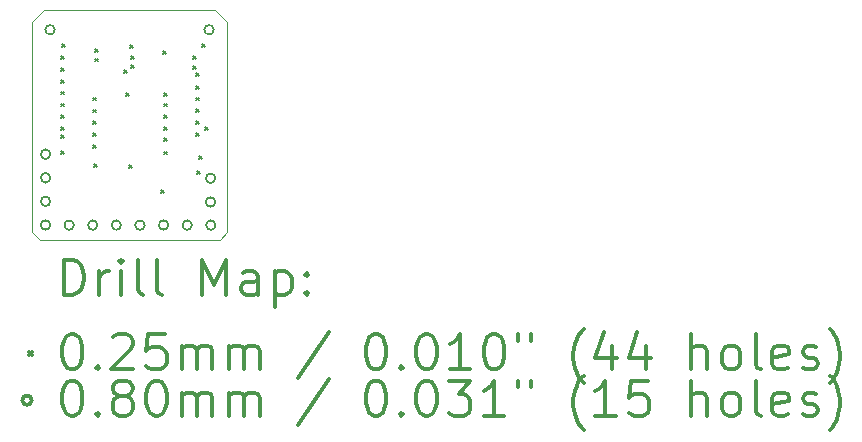
<source format=gbr>
%FSLAX45Y45*%
G04 Gerber Fmt 4.5, Leading zero omitted, Abs format (unit mm)*
G04 Created by KiCad (PCBNEW 4.0.7) date 05/28/18 09:58:29*
%MOMM*%
%LPD*%
G01*
G04 APERTURE LIST*
%ADD10C,0.127000*%
%ADD11C,0.050000*%
%ADD12C,0.200000*%
%ADD13C,0.300000*%
G04 APERTURE END LIST*
D10*
D11*
X15671800Y-11353800D02*
X15671800Y-9575800D01*
X14020800Y-9575800D02*
X14020800Y-9613900D01*
X15570200Y-9474200D02*
X15557500Y-9474200D01*
X15671800Y-9575800D02*
X15570200Y-9474200D01*
X14122400Y-9474200D02*
X15557500Y-9474200D01*
X14020800Y-9575800D02*
X14122400Y-9474200D01*
X14020800Y-9613900D02*
X14020800Y-11353800D01*
X14084300Y-11417300D02*
X15608300Y-11417300D01*
X14020800Y-11353800D02*
X14084300Y-11417300D01*
X15671800Y-11353800D02*
X15608300Y-11417300D01*
D12*
X14262300Y-9860480D02*
X14287300Y-9885480D01*
X14287300Y-9860480D02*
X14262300Y-9885480D01*
X14262300Y-9964620D02*
X14287300Y-9989620D01*
X14287300Y-9964620D02*
X14262300Y-9989620D01*
X14262300Y-10063680D02*
X14287300Y-10088680D01*
X14287300Y-10063680D02*
X14262300Y-10088680D01*
X14262300Y-10162740D02*
X14287300Y-10187740D01*
X14287300Y-10162740D02*
X14262300Y-10187740D01*
X14262300Y-10264340D02*
X14287300Y-10289340D01*
X14287300Y-10264340D02*
X14262300Y-10289340D01*
X14262300Y-10363400D02*
X14287300Y-10388400D01*
X14287300Y-10363400D02*
X14262300Y-10388400D01*
X14262300Y-10462460D02*
X14287300Y-10487460D01*
X14287300Y-10462460D02*
X14262300Y-10487460D01*
X14262300Y-10663120D02*
X14287300Y-10688120D01*
X14287300Y-10663120D02*
X14262300Y-10688120D01*
X14264840Y-10533580D02*
X14289840Y-10558580D01*
X14289840Y-10533580D02*
X14264840Y-10558580D01*
X14272460Y-9761420D02*
X14297460Y-9786420D01*
X14297460Y-9761420D02*
X14272460Y-9786420D01*
X14536620Y-10315140D02*
X14561620Y-10340140D01*
X14561620Y-10315140D02*
X14536620Y-10340140D01*
X14536620Y-10411660D02*
X14561620Y-10436660D01*
X14561620Y-10411660D02*
X14536620Y-10436660D01*
X14539160Y-10213540D02*
X14564160Y-10238540D01*
X14564160Y-10213540D02*
X14539160Y-10238540D01*
X14539160Y-10513260D02*
X14564160Y-10538260D01*
X14564160Y-10513260D02*
X14539160Y-10538260D01*
X14539160Y-10612320D02*
X14564160Y-10637320D01*
X14564160Y-10612320D02*
X14539160Y-10637320D01*
X14541700Y-10774880D02*
X14566700Y-10799880D01*
X14566700Y-10774880D02*
X14541700Y-10799880D01*
X14551860Y-9804600D02*
X14576860Y-9829600D01*
X14576860Y-9804600D02*
X14551860Y-9829600D01*
X14551860Y-9883340D02*
X14576860Y-9908340D01*
X14576860Y-9883340D02*
X14551860Y-9908340D01*
X14800780Y-9977320D02*
X14825780Y-10002320D01*
X14825780Y-9977320D02*
X14800780Y-10002320D01*
X14813480Y-10177980D02*
X14838480Y-10202980D01*
X14838480Y-10177980D02*
X14813480Y-10202980D01*
X14841420Y-10782500D02*
X14866420Y-10807500D01*
X14866420Y-10782500D02*
X14841420Y-10807500D01*
X14846500Y-9766500D02*
X14871500Y-9791500D01*
X14871500Y-9766500D02*
X14846500Y-9791500D01*
X14861740Y-9860480D02*
X14886740Y-9885480D01*
X14886740Y-9860480D02*
X14861740Y-9885480D01*
X14861740Y-9936680D02*
X14886740Y-9961680D01*
X14886740Y-9936680D02*
X14861740Y-9961680D01*
X15113200Y-10998400D02*
X15138200Y-11023400D01*
X15138200Y-10998400D02*
X15113200Y-11023400D01*
X15130980Y-9817300D02*
X15155980Y-9842300D01*
X15155980Y-9817300D02*
X15130980Y-9842300D01*
X15136060Y-10670740D02*
X15161060Y-10695740D01*
X15161060Y-10670740D02*
X15136060Y-10695740D01*
X15138600Y-10172900D02*
X15163600Y-10197900D01*
X15163600Y-10172900D02*
X15138600Y-10197900D01*
X15138600Y-10264340D02*
X15163600Y-10289340D01*
X15163600Y-10264340D02*
X15138600Y-10289340D01*
X15138600Y-10363400D02*
X15163600Y-10388400D01*
X15163600Y-10363400D02*
X15138600Y-10388400D01*
X15138600Y-10462460D02*
X15163600Y-10487460D01*
X15163600Y-10462460D02*
X15138600Y-10487460D01*
X15138600Y-10553900D02*
X15163600Y-10578900D01*
X15163600Y-10553900D02*
X15138600Y-10578900D01*
X15379900Y-9944300D02*
X15404900Y-9969300D01*
X15404900Y-9944300D02*
X15379900Y-9969300D01*
X15384980Y-9863020D02*
X15409980Y-9888020D01*
X15409980Y-9863020D02*
X15384980Y-9888020D01*
X15410380Y-10114480D02*
X15435380Y-10139480D01*
X15435380Y-10114480D02*
X15410380Y-10139480D01*
X15410380Y-10213540D02*
X15435380Y-10238540D01*
X15435380Y-10213540D02*
X15410380Y-10238540D01*
X15410380Y-10312600D02*
X15435380Y-10337600D01*
X15435380Y-10312600D02*
X15410380Y-10337600D01*
X15410380Y-10411660D02*
X15435380Y-10436660D01*
X15435380Y-10411660D02*
X15410380Y-10436660D01*
X15410380Y-10513260D02*
X15435380Y-10538260D01*
X15435380Y-10513260D02*
X15410380Y-10538260D01*
X15412920Y-10007800D02*
X15437920Y-10032800D01*
X15437920Y-10007800D02*
X15412920Y-10032800D01*
X15418000Y-10833300D02*
X15443000Y-10858300D01*
X15443000Y-10833300D02*
X15418000Y-10858300D01*
X15433240Y-10708840D02*
X15458240Y-10733840D01*
X15458240Y-10708840D02*
X15433240Y-10733840D01*
X15456100Y-9760150D02*
X15481100Y-9785150D01*
X15481100Y-9760150D02*
X15456100Y-9785150D01*
X15481500Y-10465000D02*
X15506500Y-10490000D01*
X15506500Y-10465000D02*
X15481500Y-10490000D01*
X14174440Y-11293500D02*
G75*
G03X14174440Y-11293500I-40000J0D01*
G01*
X14175100Y-10693400D02*
G75*
G03X14175100Y-10693400I-40000J0D01*
G01*
X14175100Y-10893400D02*
G75*
G03X14175100Y-10893400I-40000J0D01*
G01*
X14175100Y-11093400D02*
G75*
G03X14175100Y-11093400I-40000J0D01*
G01*
X14213200Y-9639300D02*
G75*
G03X14213200Y-9639300I-40000J0D01*
G01*
X14374440Y-11293500D02*
G75*
G03X14374440Y-11293500I-40000J0D01*
G01*
X14574440Y-11293500D02*
G75*
G03X14574440Y-11293500I-40000J0D01*
G01*
X14774440Y-11293500D02*
G75*
G03X14774440Y-11293500I-40000J0D01*
G01*
X14974440Y-11293500D02*
G75*
G03X14974440Y-11293500I-40000J0D01*
G01*
X15174440Y-11293500D02*
G75*
G03X15174440Y-11293500I-40000J0D01*
G01*
X15374440Y-11293500D02*
G75*
G03X15374440Y-11293500I-40000J0D01*
G01*
X15559400Y-9639300D02*
G75*
G03X15559400Y-9639300I-40000J0D01*
G01*
X15572100Y-10897260D02*
G75*
G03X15572100Y-10897260I-40000J0D01*
G01*
X15572100Y-11097260D02*
G75*
G03X15572100Y-11097260I-40000J0D01*
G01*
X15574440Y-11293500D02*
G75*
G03X15574440Y-11293500I-40000J0D01*
G01*
D13*
X14289728Y-11885514D02*
X14289728Y-11585514D01*
X14361157Y-11585514D01*
X14404014Y-11599800D01*
X14432586Y-11628371D01*
X14446871Y-11656943D01*
X14461157Y-11714086D01*
X14461157Y-11756943D01*
X14446871Y-11814086D01*
X14432586Y-11842657D01*
X14404014Y-11871229D01*
X14361157Y-11885514D01*
X14289728Y-11885514D01*
X14589728Y-11885514D02*
X14589728Y-11685514D01*
X14589728Y-11742657D02*
X14604014Y-11714086D01*
X14618300Y-11699800D01*
X14646871Y-11685514D01*
X14675443Y-11685514D01*
X14775443Y-11885514D02*
X14775443Y-11685514D01*
X14775443Y-11585514D02*
X14761157Y-11599800D01*
X14775443Y-11614086D01*
X14789728Y-11599800D01*
X14775443Y-11585514D01*
X14775443Y-11614086D01*
X14961157Y-11885514D02*
X14932586Y-11871229D01*
X14918300Y-11842657D01*
X14918300Y-11585514D01*
X15118300Y-11885514D02*
X15089728Y-11871229D01*
X15075443Y-11842657D01*
X15075443Y-11585514D01*
X15461157Y-11885514D02*
X15461157Y-11585514D01*
X15561157Y-11799800D01*
X15661157Y-11585514D01*
X15661157Y-11885514D01*
X15932586Y-11885514D02*
X15932586Y-11728371D01*
X15918300Y-11699800D01*
X15889728Y-11685514D01*
X15832586Y-11685514D01*
X15804014Y-11699800D01*
X15932586Y-11871229D02*
X15904014Y-11885514D01*
X15832586Y-11885514D01*
X15804014Y-11871229D01*
X15789728Y-11842657D01*
X15789728Y-11814086D01*
X15804014Y-11785514D01*
X15832586Y-11771229D01*
X15904014Y-11771229D01*
X15932586Y-11756943D01*
X16075443Y-11685514D02*
X16075443Y-11985514D01*
X16075443Y-11699800D02*
X16104014Y-11685514D01*
X16161157Y-11685514D01*
X16189728Y-11699800D01*
X16204014Y-11714086D01*
X16218300Y-11742657D01*
X16218300Y-11828371D01*
X16204014Y-11856943D01*
X16189728Y-11871229D01*
X16161157Y-11885514D01*
X16104014Y-11885514D01*
X16075443Y-11871229D01*
X16346871Y-11856943D02*
X16361157Y-11871229D01*
X16346871Y-11885514D01*
X16332586Y-11871229D01*
X16346871Y-11856943D01*
X16346871Y-11885514D01*
X16346871Y-11699800D02*
X16361157Y-11714086D01*
X16346871Y-11728371D01*
X16332586Y-11714086D01*
X16346871Y-11699800D01*
X16346871Y-11728371D01*
X13993300Y-12367300D02*
X14018300Y-12392300D01*
X14018300Y-12367300D02*
X13993300Y-12392300D01*
X14346871Y-12215514D02*
X14375443Y-12215514D01*
X14404014Y-12229800D01*
X14418300Y-12244086D01*
X14432586Y-12272657D01*
X14446871Y-12329800D01*
X14446871Y-12401229D01*
X14432586Y-12458371D01*
X14418300Y-12486943D01*
X14404014Y-12501229D01*
X14375443Y-12515514D01*
X14346871Y-12515514D01*
X14318300Y-12501229D01*
X14304014Y-12486943D01*
X14289728Y-12458371D01*
X14275443Y-12401229D01*
X14275443Y-12329800D01*
X14289728Y-12272657D01*
X14304014Y-12244086D01*
X14318300Y-12229800D01*
X14346871Y-12215514D01*
X14575443Y-12486943D02*
X14589728Y-12501229D01*
X14575443Y-12515514D01*
X14561157Y-12501229D01*
X14575443Y-12486943D01*
X14575443Y-12515514D01*
X14704014Y-12244086D02*
X14718300Y-12229800D01*
X14746871Y-12215514D01*
X14818300Y-12215514D01*
X14846871Y-12229800D01*
X14861157Y-12244086D01*
X14875443Y-12272657D01*
X14875443Y-12301229D01*
X14861157Y-12344086D01*
X14689728Y-12515514D01*
X14875443Y-12515514D01*
X15146871Y-12215514D02*
X15004014Y-12215514D01*
X14989728Y-12358371D01*
X15004014Y-12344086D01*
X15032586Y-12329800D01*
X15104014Y-12329800D01*
X15132586Y-12344086D01*
X15146871Y-12358371D01*
X15161157Y-12386943D01*
X15161157Y-12458371D01*
X15146871Y-12486943D01*
X15132586Y-12501229D01*
X15104014Y-12515514D01*
X15032586Y-12515514D01*
X15004014Y-12501229D01*
X14989728Y-12486943D01*
X15289728Y-12515514D02*
X15289728Y-12315514D01*
X15289728Y-12344086D02*
X15304014Y-12329800D01*
X15332586Y-12315514D01*
X15375443Y-12315514D01*
X15404014Y-12329800D01*
X15418300Y-12358371D01*
X15418300Y-12515514D01*
X15418300Y-12358371D02*
X15432586Y-12329800D01*
X15461157Y-12315514D01*
X15504014Y-12315514D01*
X15532586Y-12329800D01*
X15546871Y-12358371D01*
X15546871Y-12515514D01*
X15689728Y-12515514D02*
X15689728Y-12315514D01*
X15689728Y-12344086D02*
X15704014Y-12329800D01*
X15732586Y-12315514D01*
X15775443Y-12315514D01*
X15804014Y-12329800D01*
X15818300Y-12358371D01*
X15818300Y-12515514D01*
X15818300Y-12358371D02*
X15832586Y-12329800D01*
X15861157Y-12315514D01*
X15904014Y-12315514D01*
X15932586Y-12329800D01*
X15946871Y-12358371D01*
X15946871Y-12515514D01*
X16532586Y-12201229D02*
X16275443Y-12586943D01*
X16918300Y-12215514D02*
X16946871Y-12215514D01*
X16975443Y-12229800D01*
X16989728Y-12244086D01*
X17004014Y-12272657D01*
X17018300Y-12329800D01*
X17018300Y-12401229D01*
X17004014Y-12458371D01*
X16989728Y-12486943D01*
X16975443Y-12501229D01*
X16946871Y-12515514D01*
X16918300Y-12515514D01*
X16889728Y-12501229D01*
X16875443Y-12486943D01*
X16861157Y-12458371D01*
X16846871Y-12401229D01*
X16846871Y-12329800D01*
X16861157Y-12272657D01*
X16875443Y-12244086D01*
X16889728Y-12229800D01*
X16918300Y-12215514D01*
X17146871Y-12486943D02*
X17161157Y-12501229D01*
X17146871Y-12515514D01*
X17132586Y-12501229D01*
X17146871Y-12486943D01*
X17146871Y-12515514D01*
X17346871Y-12215514D02*
X17375443Y-12215514D01*
X17404014Y-12229800D01*
X17418300Y-12244086D01*
X17432586Y-12272657D01*
X17446871Y-12329800D01*
X17446871Y-12401229D01*
X17432586Y-12458371D01*
X17418300Y-12486943D01*
X17404014Y-12501229D01*
X17375443Y-12515514D01*
X17346871Y-12515514D01*
X17318300Y-12501229D01*
X17304014Y-12486943D01*
X17289728Y-12458371D01*
X17275443Y-12401229D01*
X17275443Y-12329800D01*
X17289728Y-12272657D01*
X17304014Y-12244086D01*
X17318300Y-12229800D01*
X17346871Y-12215514D01*
X17732586Y-12515514D02*
X17561157Y-12515514D01*
X17646871Y-12515514D02*
X17646871Y-12215514D01*
X17618300Y-12258371D01*
X17589728Y-12286943D01*
X17561157Y-12301229D01*
X17918300Y-12215514D02*
X17946871Y-12215514D01*
X17975443Y-12229800D01*
X17989728Y-12244086D01*
X18004014Y-12272657D01*
X18018300Y-12329800D01*
X18018300Y-12401229D01*
X18004014Y-12458371D01*
X17989728Y-12486943D01*
X17975443Y-12501229D01*
X17946871Y-12515514D01*
X17918300Y-12515514D01*
X17889728Y-12501229D01*
X17875443Y-12486943D01*
X17861157Y-12458371D01*
X17846871Y-12401229D01*
X17846871Y-12329800D01*
X17861157Y-12272657D01*
X17875443Y-12244086D01*
X17889728Y-12229800D01*
X17918300Y-12215514D01*
X18132586Y-12215514D02*
X18132586Y-12272657D01*
X18246871Y-12215514D02*
X18246871Y-12272657D01*
X18689728Y-12629800D02*
X18675443Y-12615514D01*
X18646871Y-12572657D01*
X18632586Y-12544086D01*
X18618300Y-12501229D01*
X18604014Y-12429800D01*
X18604014Y-12372657D01*
X18618300Y-12301229D01*
X18632586Y-12258371D01*
X18646871Y-12229800D01*
X18675443Y-12186943D01*
X18689728Y-12172657D01*
X18932586Y-12315514D02*
X18932586Y-12515514D01*
X18861157Y-12201229D02*
X18789728Y-12415514D01*
X18975443Y-12415514D01*
X19218300Y-12315514D02*
X19218300Y-12515514D01*
X19146871Y-12201229D02*
X19075443Y-12415514D01*
X19261157Y-12415514D01*
X19604014Y-12515514D02*
X19604014Y-12215514D01*
X19732586Y-12515514D02*
X19732586Y-12358371D01*
X19718300Y-12329800D01*
X19689728Y-12315514D01*
X19646871Y-12315514D01*
X19618300Y-12329800D01*
X19604014Y-12344086D01*
X19918300Y-12515514D02*
X19889728Y-12501229D01*
X19875443Y-12486943D01*
X19861157Y-12458371D01*
X19861157Y-12372657D01*
X19875443Y-12344086D01*
X19889728Y-12329800D01*
X19918300Y-12315514D01*
X19961157Y-12315514D01*
X19989728Y-12329800D01*
X20004014Y-12344086D01*
X20018300Y-12372657D01*
X20018300Y-12458371D01*
X20004014Y-12486943D01*
X19989728Y-12501229D01*
X19961157Y-12515514D01*
X19918300Y-12515514D01*
X20189728Y-12515514D02*
X20161157Y-12501229D01*
X20146871Y-12472657D01*
X20146871Y-12215514D01*
X20418300Y-12501229D02*
X20389729Y-12515514D01*
X20332586Y-12515514D01*
X20304014Y-12501229D01*
X20289729Y-12472657D01*
X20289729Y-12358371D01*
X20304014Y-12329800D01*
X20332586Y-12315514D01*
X20389729Y-12315514D01*
X20418300Y-12329800D01*
X20432586Y-12358371D01*
X20432586Y-12386943D01*
X20289729Y-12415514D01*
X20546871Y-12501229D02*
X20575443Y-12515514D01*
X20632586Y-12515514D01*
X20661157Y-12501229D01*
X20675443Y-12472657D01*
X20675443Y-12458371D01*
X20661157Y-12429800D01*
X20632586Y-12415514D01*
X20589729Y-12415514D01*
X20561157Y-12401229D01*
X20546871Y-12372657D01*
X20546871Y-12358371D01*
X20561157Y-12329800D01*
X20589729Y-12315514D01*
X20632586Y-12315514D01*
X20661157Y-12329800D01*
X20775443Y-12629800D02*
X20789729Y-12615514D01*
X20818300Y-12572657D01*
X20832586Y-12544086D01*
X20846871Y-12501229D01*
X20861157Y-12429800D01*
X20861157Y-12372657D01*
X20846871Y-12301229D01*
X20832586Y-12258371D01*
X20818300Y-12229800D01*
X20789729Y-12186943D01*
X20775443Y-12172657D01*
X14018300Y-12775800D02*
G75*
G03X14018300Y-12775800I-40000J0D01*
G01*
X14346871Y-12611514D02*
X14375443Y-12611514D01*
X14404014Y-12625800D01*
X14418300Y-12640086D01*
X14432586Y-12668657D01*
X14446871Y-12725800D01*
X14446871Y-12797229D01*
X14432586Y-12854371D01*
X14418300Y-12882943D01*
X14404014Y-12897229D01*
X14375443Y-12911514D01*
X14346871Y-12911514D01*
X14318300Y-12897229D01*
X14304014Y-12882943D01*
X14289728Y-12854371D01*
X14275443Y-12797229D01*
X14275443Y-12725800D01*
X14289728Y-12668657D01*
X14304014Y-12640086D01*
X14318300Y-12625800D01*
X14346871Y-12611514D01*
X14575443Y-12882943D02*
X14589728Y-12897229D01*
X14575443Y-12911514D01*
X14561157Y-12897229D01*
X14575443Y-12882943D01*
X14575443Y-12911514D01*
X14761157Y-12740086D02*
X14732586Y-12725800D01*
X14718300Y-12711514D01*
X14704014Y-12682943D01*
X14704014Y-12668657D01*
X14718300Y-12640086D01*
X14732586Y-12625800D01*
X14761157Y-12611514D01*
X14818300Y-12611514D01*
X14846871Y-12625800D01*
X14861157Y-12640086D01*
X14875443Y-12668657D01*
X14875443Y-12682943D01*
X14861157Y-12711514D01*
X14846871Y-12725800D01*
X14818300Y-12740086D01*
X14761157Y-12740086D01*
X14732586Y-12754371D01*
X14718300Y-12768657D01*
X14704014Y-12797229D01*
X14704014Y-12854371D01*
X14718300Y-12882943D01*
X14732586Y-12897229D01*
X14761157Y-12911514D01*
X14818300Y-12911514D01*
X14846871Y-12897229D01*
X14861157Y-12882943D01*
X14875443Y-12854371D01*
X14875443Y-12797229D01*
X14861157Y-12768657D01*
X14846871Y-12754371D01*
X14818300Y-12740086D01*
X15061157Y-12611514D02*
X15089728Y-12611514D01*
X15118300Y-12625800D01*
X15132586Y-12640086D01*
X15146871Y-12668657D01*
X15161157Y-12725800D01*
X15161157Y-12797229D01*
X15146871Y-12854371D01*
X15132586Y-12882943D01*
X15118300Y-12897229D01*
X15089728Y-12911514D01*
X15061157Y-12911514D01*
X15032586Y-12897229D01*
X15018300Y-12882943D01*
X15004014Y-12854371D01*
X14989728Y-12797229D01*
X14989728Y-12725800D01*
X15004014Y-12668657D01*
X15018300Y-12640086D01*
X15032586Y-12625800D01*
X15061157Y-12611514D01*
X15289728Y-12911514D02*
X15289728Y-12711514D01*
X15289728Y-12740086D02*
X15304014Y-12725800D01*
X15332586Y-12711514D01*
X15375443Y-12711514D01*
X15404014Y-12725800D01*
X15418300Y-12754371D01*
X15418300Y-12911514D01*
X15418300Y-12754371D02*
X15432586Y-12725800D01*
X15461157Y-12711514D01*
X15504014Y-12711514D01*
X15532586Y-12725800D01*
X15546871Y-12754371D01*
X15546871Y-12911514D01*
X15689728Y-12911514D02*
X15689728Y-12711514D01*
X15689728Y-12740086D02*
X15704014Y-12725800D01*
X15732586Y-12711514D01*
X15775443Y-12711514D01*
X15804014Y-12725800D01*
X15818300Y-12754371D01*
X15818300Y-12911514D01*
X15818300Y-12754371D02*
X15832586Y-12725800D01*
X15861157Y-12711514D01*
X15904014Y-12711514D01*
X15932586Y-12725800D01*
X15946871Y-12754371D01*
X15946871Y-12911514D01*
X16532586Y-12597229D02*
X16275443Y-12982943D01*
X16918300Y-12611514D02*
X16946871Y-12611514D01*
X16975443Y-12625800D01*
X16989728Y-12640086D01*
X17004014Y-12668657D01*
X17018300Y-12725800D01*
X17018300Y-12797229D01*
X17004014Y-12854371D01*
X16989728Y-12882943D01*
X16975443Y-12897229D01*
X16946871Y-12911514D01*
X16918300Y-12911514D01*
X16889728Y-12897229D01*
X16875443Y-12882943D01*
X16861157Y-12854371D01*
X16846871Y-12797229D01*
X16846871Y-12725800D01*
X16861157Y-12668657D01*
X16875443Y-12640086D01*
X16889728Y-12625800D01*
X16918300Y-12611514D01*
X17146871Y-12882943D02*
X17161157Y-12897229D01*
X17146871Y-12911514D01*
X17132586Y-12897229D01*
X17146871Y-12882943D01*
X17146871Y-12911514D01*
X17346871Y-12611514D02*
X17375443Y-12611514D01*
X17404014Y-12625800D01*
X17418300Y-12640086D01*
X17432586Y-12668657D01*
X17446871Y-12725800D01*
X17446871Y-12797229D01*
X17432586Y-12854371D01*
X17418300Y-12882943D01*
X17404014Y-12897229D01*
X17375443Y-12911514D01*
X17346871Y-12911514D01*
X17318300Y-12897229D01*
X17304014Y-12882943D01*
X17289728Y-12854371D01*
X17275443Y-12797229D01*
X17275443Y-12725800D01*
X17289728Y-12668657D01*
X17304014Y-12640086D01*
X17318300Y-12625800D01*
X17346871Y-12611514D01*
X17546871Y-12611514D02*
X17732586Y-12611514D01*
X17632586Y-12725800D01*
X17675443Y-12725800D01*
X17704014Y-12740086D01*
X17718300Y-12754371D01*
X17732586Y-12782943D01*
X17732586Y-12854371D01*
X17718300Y-12882943D01*
X17704014Y-12897229D01*
X17675443Y-12911514D01*
X17589728Y-12911514D01*
X17561157Y-12897229D01*
X17546871Y-12882943D01*
X18018300Y-12911514D02*
X17846871Y-12911514D01*
X17932586Y-12911514D02*
X17932586Y-12611514D01*
X17904014Y-12654371D01*
X17875443Y-12682943D01*
X17846871Y-12697229D01*
X18132586Y-12611514D02*
X18132586Y-12668657D01*
X18246871Y-12611514D02*
X18246871Y-12668657D01*
X18689728Y-13025800D02*
X18675443Y-13011514D01*
X18646871Y-12968657D01*
X18632586Y-12940086D01*
X18618300Y-12897229D01*
X18604014Y-12825800D01*
X18604014Y-12768657D01*
X18618300Y-12697229D01*
X18632586Y-12654371D01*
X18646871Y-12625800D01*
X18675443Y-12582943D01*
X18689728Y-12568657D01*
X18961157Y-12911514D02*
X18789728Y-12911514D01*
X18875443Y-12911514D02*
X18875443Y-12611514D01*
X18846871Y-12654371D01*
X18818300Y-12682943D01*
X18789728Y-12697229D01*
X19232586Y-12611514D02*
X19089728Y-12611514D01*
X19075443Y-12754371D01*
X19089728Y-12740086D01*
X19118300Y-12725800D01*
X19189728Y-12725800D01*
X19218300Y-12740086D01*
X19232586Y-12754371D01*
X19246871Y-12782943D01*
X19246871Y-12854371D01*
X19232586Y-12882943D01*
X19218300Y-12897229D01*
X19189728Y-12911514D01*
X19118300Y-12911514D01*
X19089728Y-12897229D01*
X19075443Y-12882943D01*
X19604014Y-12911514D02*
X19604014Y-12611514D01*
X19732586Y-12911514D02*
X19732586Y-12754371D01*
X19718300Y-12725800D01*
X19689728Y-12711514D01*
X19646871Y-12711514D01*
X19618300Y-12725800D01*
X19604014Y-12740086D01*
X19918300Y-12911514D02*
X19889728Y-12897229D01*
X19875443Y-12882943D01*
X19861157Y-12854371D01*
X19861157Y-12768657D01*
X19875443Y-12740086D01*
X19889728Y-12725800D01*
X19918300Y-12711514D01*
X19961157Y-12711514D01*
X19989728Y-12725800D01*
X20004014Y-12740086D01*
X20018300Y-12768657D01*
X20018300Y-12854371D01*
X20004014Y-12882943D01*
X19989728Y-12897229D01*
X19961157Y-12911514D01*
X19918300Y-12911514D01*
X20189728Y-12911514D02*
X20161157Y-12897229D01*
X20146871Y-12868657D01*
X20146871Y-12611514D01*
X20418300Y-12897229D02*
X20389729Y-12911514D01*
X20332586Y-12911514D01*
X20304014Y-12897229D01*
X20289729Y-12868657D01*
X20289729Y-12754371D01*
X20304014Y-12725800D01*
X20332586Y-12711514D01*
X20389729Y-12711514D01*
X20418300Y-12725800D01*
X20432586Y-12754371D01*
X20432586Y-12782943D01*
X20289729Y-12811514D01*
X20546871Y-12897229D02*
X20575443Y-12911514D01*
X20632586Y-12911514D01*
X20661157Y-12897229D01*
X20675443Y-12868657D01*
X20675443Y-12854371D01*
X20661157Y-12825800D01*
X20632586Y-12811514D01*
X20589729Y-12811514D01*
X20561157Y-12797229D01*
X20546871Y-12768657D01*
X20546871Y-12754371D01*
X20561157Y-12725800D01*
X20589729Y-12711514D01*
X20632586Y-12711514D01*
X20661157Y-12725800D01*
X20775443Y-13025800D02*
X20789729Y-13011514D01*
X20818300Y-12968657D01*
X20832586Y-12940086D01*
X20846871Y-12897229D01*
X20861157Y-12825800D01*
X20861157Y-12768657D01*
X20846871Y-12697229D01*
X20832586Y-12654371D01*
X20818300Y-12625800D01*
X20789729Y-12582943D01*
X20775443Y-12568657D01*
M02*

</source>
